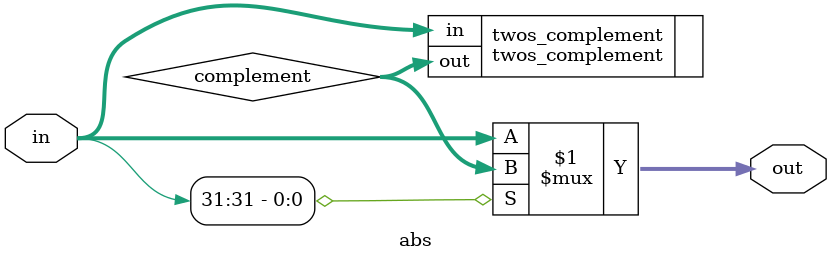
<source format=v>
module abs(out, in);
    input [31:0] in;
    output [31:0] out;

    wire [31:0] complement;
    twos_complement twos_complement(.out(complement), .in(in));
    assign out = in[31] ? complement : in;
endmodule
</source>
